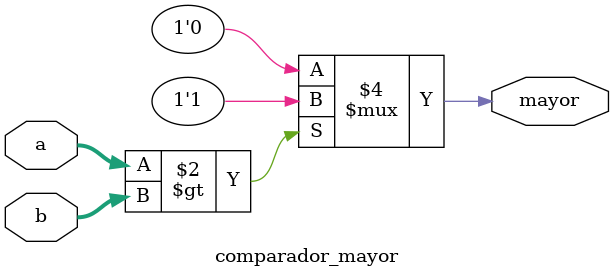
<source format=sv>
module comparador_mayor #(parameter n = 5) (input wire [n-1:0] a,
														 input wire [n-1:0] b,
														 output reg mayor);

    always @* begin
      if (a > b) begin
        mayor = 1;
      end
      else begin
        mayor = 0;
      end
    end
	 
endmodule
</source>
